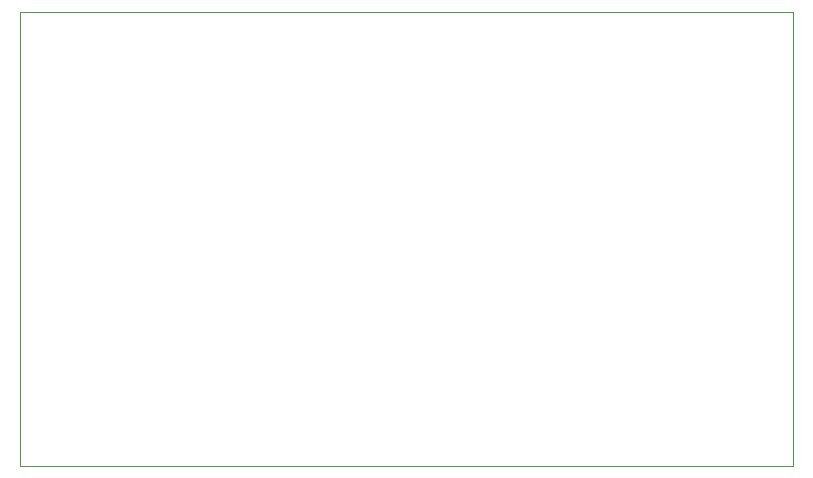
<source format=gbr>
%TF.GenerationSoftware,KiCad,Pcbnew,9.0.4*%
%TF.CreationDate,2025-08-19T16:45:46+02:00*%
%TF.ProjectId,XIAOC6_Occupancy_Battery,5849414f-4336-45f4-9f63-637570616e63,rev?*%
%TF.SameCoordinates,Original*%
%TF.FileFunction,Profile,NP*%
%FSLAX46Y46*%
G04 Gerber Fmt 4.6, Leading zero omitted, Abs format (unit mm)*
G04 Created by KiCad (PCBNEW 9.0.4) date 2025-08-19 16:45:46*
%MOMM*%
%LPD*%
G01*
G04 APERTURE LIST*
%TA.AperFunction,Profile*%
%ADD10C,0.050000*%
%TD*%
G04 APERTURE END LIST*
D10*
X83500000Y-25000000D02*
X149000000Y-25000000D01*
X149000000Y-63500000D01*
X83500000Y-63500000D01*
X83500000Y-25000000D01*
M02*

</source>
